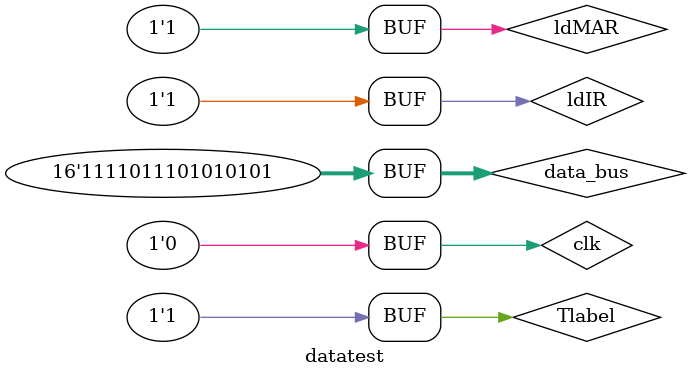
<source format=v>
`timescale 1ns / 1ps


module datatest;

	// Inputs
	reg ldMAR;
	reg [15:0] data_bus;
	reg ldIR;
	reg Tlabel;
	reg clk;

	// Outputs
	wire [3:0] ir_1;
	wire [1:0] ir_2;

	// Instantiate the Unit Under Test (UUT)
	datapath uut (
		.ldMAR(ldMAR), 
		.data_bus(data_bus), 
		.ldIR(ldIR), 
		.Tlabel(Tlabel), 
		.clk(clk), 
		.ir_1(ir_1), 
		.ir_2(ir_2)
	);

	initial begin
		// Initialize Inputs
		ldMAR = 0;
		data_bus = 0;
		ldIR = 0;
		Tlabel = 0;
		clk = 0;

		// Wait 100 ns for global reset to finish
		#5;
		clk=0;
		#5
		clk=1;
		data_bus = 16'b1111000101010101;
		ldIR =1;
		Tlabel =0;
		ldMAR =0;
		#5
		clk=0;
		#5
		clk=1;
		data_bus = 16'b1111011101010101;
		ldIR =1;
		Tlabel =1;
		ldMAR =1;
		#5
		clk =0;
        
		// Add stimulus here

	end
      
endmodule


</source>
